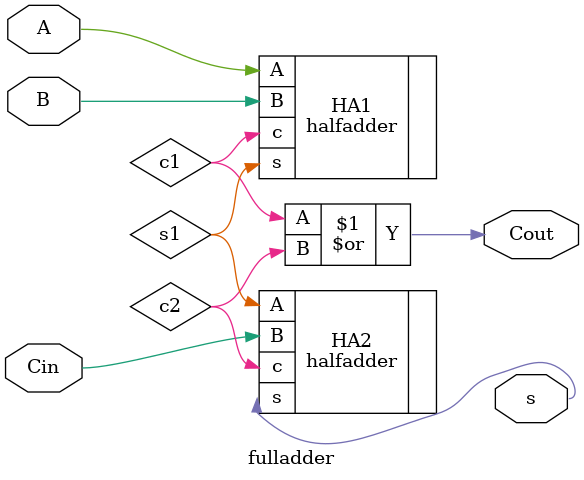
<source format=v>
`timescale 1ns / 1ps
module fulladder(
	input A, B, Cin,
	output s, Cout
   );

wire s1,c1,c2;

halfadder HA1(.s(s1), .c(c1), .A(A), .B(B));
halfadder HA2(.s(s), .c(c2) , .A(s1), .B(Cin));
or or_gate(Cout,c1,c2);

endmodule

</source>
